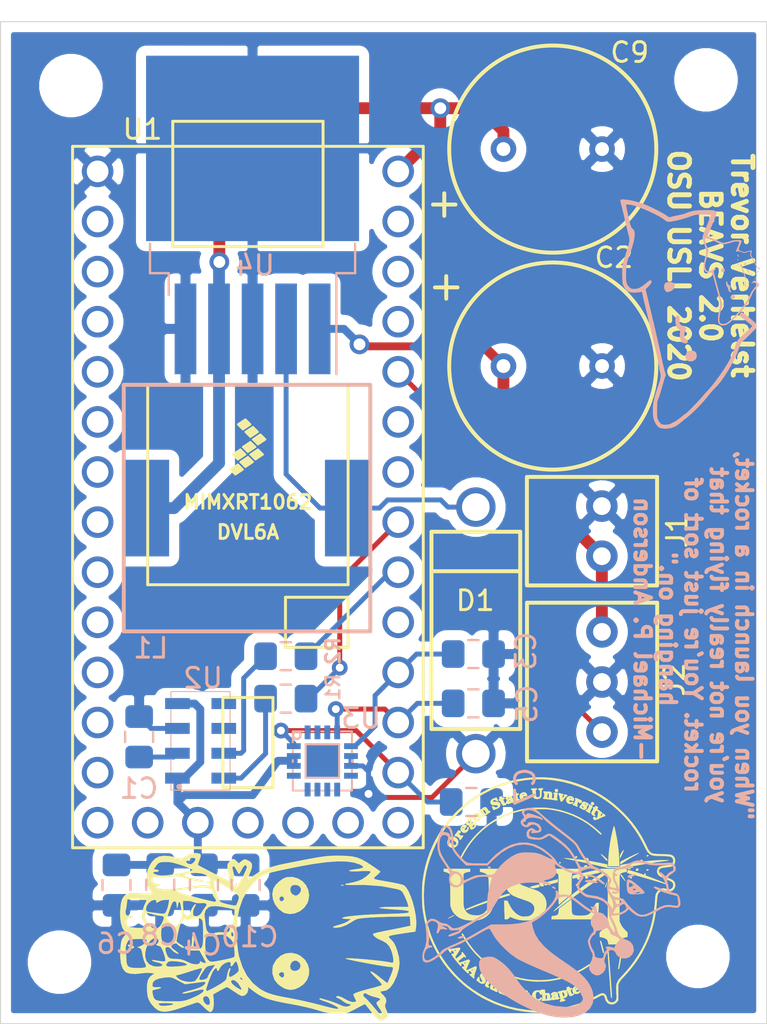
<source format=kicad_pcb>
(kicad_pcb (version 20171130) (host pcbnew "(5.1.4)-1")
  (layers (0 F.Cu signal) (31 B.Cu signal) (34 B.Paste user) (35 F.Paste user) (36 B.SilkS user) (37 F.SilkS user) (38 B.Mask user) (39 F.Mask user) (44 Edge.Cuts user))
  (net 0 "")
  (net 1 GND)
  (net 2 "Net-(C1-Pad1)")
  (net 3 +7.5V)
  (net 4 X)
  (net 5 Y)
  (net 6 +3V3)
  (net 7 Z)
  (net 8 +5V)
  (net 9 "Net-(D1-Pad1)")
  (net 10 PWM)
  (net 11 "Net-(R1-Pad2)")
  (net 12 SCL0)
  (net 13 "Net-(R2-Pad2)")
  (net 14 SDA0)
  (net 15 "Net-(U1-Pad25)")
  (net 16 "Net-(U1-Pad28)")
  (net 17 "Net-(U1-Pad24)")
  (net 18 "Net-(U1-Pad12)")
  (net 19 "Net-(U1-Pad30)")
  (net 20 "Net-(U1-Pad31)")
  (net 21 "Net-(U1-Pad32)")
  (net 22 "Net-(U1-Pad11)")
  (net 23 "Net-(U1-Pad10)")
  (net 24 "Net-(U1-Pad9)")
  (net 25 "Net-(U1-Pad8)")
  (net 26 "Net-(U1-Pad7)")
  (net 27 "Net-(U1-Pad6)")
  (net 28 "Net-(U1-Pad5)")
  (net 29 "Net-(U1-Pad4)")
  (net 30 "Net-(U1-Pad3)")
  (net 31 "Net-(U1-Pad2)")
  (net 32 "Net-(U1-Pad1)")
  (net 33 "Net-(U1-Pad0)")
  (net 34 "Net-(U1-Pad13)")
  (net 35 "Net-(U1-Pad17)")
  (net 36 "Net-(U1-Pad20)")
  (net 37 "Net-(U1-Pad21)")
  (net 38 "Net-(U2-Pad5)")
  (net 39 "Net-(U2-Pad6)")
  (net 40 "Net-(U1-Pad23)")
  (net 41 "Net-(U3-Pad2)")
  (module Pics:LOGO (layer F.Cu) (at 91.26 102.67)
    (fp_text reference G*** hide)
    (fp_text value LOGO hide)
  )
  (module Pics:LOGO (layer B.Cu) (at 91.29 103.48 90)
    (fp_text reference G*** hide)
    (fp_text value LOGO hide)
  )
  (module Pics:Groot (layer F.Cu) (at 77.07 104.82 270)
    (fp_text reference G*** hide)
    (fp_text value LOGO hide)
  )
  (module Pics:Bongocat (layer B.Cu) (at 98.45 73.24 90)
    (fp_text reference G*** hide)
    (fp_text value LOGO hide)
  )
  (module MountingHole:MountingHole_2.2mm_M2 (layer F.Cu) (at 66.49 106.1)
    (fp_text reference " " (at 0 -3.2) (layer F.SilkS))
    (fp_text value MountingHole_2.2mm_M2)
    (pad 1 np_thru_hole circle (at 0 0) (size 2.2 2.2) (drill 2.2) (layers *.Cu *.Mask))
  )
  (module MountingHole:MountingHole_2.2mm_M2 (layer F.Cu) (at 98.86 105.81)
    (fp_text reference " " (at 0 -3.2) (layer F.SilkS))
    (fp_text value MountingHole_2.2mm_M2)
    (pad 1 np_thru_hole circle (at 0 0) (size 2.2 2.2) (drill 2.2) (layers *.Cu *.Mask))
  )
  (module MountingHole:MountingHole_2.2mm_M2 (layer F.Cu) (at 99.27 61.37)
    (fp_text reference " " (at 0 -3.2) (layer F.SilkS))
    (fp_text value MountingHole_2.2mm_M2)
    (pad 1 np_thru_hole circle (at 0 0) (size 2.2 2.2) (drill 2.2) (layers *.Cu *.Mask))
  )
  (module MountingHole:MountingHole_2.2mm_M2 (layer F.Cu) (at 67.07 61.66)
    (fp_text reference " " (at 0 -3.2) (layer F.SilkS))
    (fp_text value MountingHole_2.2mm_M2)
    (pad 1 np_thru_hole circle (at 0 0) (size 2.2 2.2) (drill 2.2) (layers *.Cu *.Mask))
  )
  (module MPL3115A2:MPL3115A2 (layer B.Cu) (at 73.64 90.34)
    (fp_text reference U2 (at 0.13 1.36) (layer B.SilkS) (effects (justify mirror)))
    (fp_text value MPL3115A2)
    (pad 2 smd rect (at -1.17 5.17) (size 1.25 0.56) (layers B.Cu B.Paste B.Mask) (net 2 "Net-(C1-Pad1)"))
    (pad 4 smd rect (at -1.17 2.65) (size 1.25 0.56) (layers B.Cu B.Paste B.Mask) (net 6 +3V3))
    (pad 3 smd rect (at -1.17 3.91) (size 1.25 0.56) (layers B.Cu B.Paste B.Mask) (net 1 GND))
    (pad 1 smd rect (at -1.17 6.43) (size 1.25 0.56) (layers B.Cu B.Paste B.Mask) (net 6 +3V3))
    (pad 5 smd rect (at 1.18 2.65) (size 1.25 0.56) (layers B.Cu B.Paste B.Mask) (net 38 "Net-(U2-Pad5)"))
    (pad 6 smd rect (at 1.18 3.91) (size 1.25 0.56) (layers B.Cu B.Paste B.Mask) (net 39 "Net-(U2-Pad6)"))
    (pad 7 smd rect (at 1.18 5.17) (size 1.25 0.56) (layers B.Cu B.Paste B.Mask) (net 13 "Net-(R2-Pad2)"))
    (pad 8 smd rect (at 1.18 6.43) (size 1.25 0.56) (layers B.Cu B.Paste B.Mask) (net 11 "Net-(R1-Pad2)"))
  )
  (module Resistor_SMD:R_0805_2012Metric_Pad1.15x1.40mm_HandSolder (layer B.Cu) (at 77.965 92.74 180)
    (fp_text reference R1 (at -2.395 0.57 270) (layer B.SilkS) (effects (font (size 0.7 0.7) (thickness 0.125)) (justify mirror)))
    (fp_text value 1k)
    (pad 2 smd roundrect (at 1.025 0 180) (size 1.15 1.4) (layers B.Cu B.Paste B.Mask) (roundrect_rratio 0.217391) (net 11 "Net-(R1-Pad2)"))
    (pad 1 smd roundrect (at -1.025 0 180) (size 1.15 1.4) (layers B.Cu B.Paste B.Mask) (roundrect_rratio 0.217391) (net 12 SCL0))
  )
  (module Teensy3.6:Teensy40 (layer F.Cu) (at 76.044 82.521 270)
    (fp_text reference U1 (at -18.641 5.344 180) (layer F.SilkS))
    (fp_text value Teensy4.0)
    (fp_text user DVL6A (at 1.778 0) (layer F.SilkS) (effects (font (size 0.7 0.7))))
    (fp_text user MIMXRT1062 (at 0.254 0) (layer F.SilkS) (effects (font (size 0.7 0.7))))
    (pad 27 thru_hole circle (at -16.51 7.62 270) (size 1.6 1.6) (drill 1.1) (layers *.Cu *.Mask) (net 1 GND))
    (pad 0 thru_hole circle (at -13.97 7.62 270) (size 1.6 1.6) (drill 1.1) (layers *.Cu *.Mask) (net 33 "Net-(U1-Pad0)"))
    (pad 1 thru_hole circle (at -11.43 7.62 270) (size 1.6 1.6) (drill 1.1) (layers *.Cu *.Mask) (net 32 "Net-(U1-Pad1)"))
    (pad 2 thru_hole circle (at -8.89 7.62 270) (size 1.6 1.6) (drill 1.1) (layers *.Cu *.Mask) (net 31 "Net-(U1-Pad2)"))
    (pad 3 thru_hole circle (at -6.35 7.62 270) (size 1.6 1.6) (drill 1.1) (layers *.Cu *.Mask) (net 30 "Net-(U1-Pad3)"))
    (pad 4 thru_hole circle (at -3.81 7.62 270) (size 1.6 1.6) (drill 1.1) (layers *.Cu *.Mask) (net 29 "Net-(U1-Pad4)"))
    (pad 5 thru_hole circle (at -1.27 7.62 270) (size 1.6 1.6) (drill 1.1) (layers *.Cu *.Mask) (net 28 "Net-(U1-Pad5)"))
    (pad 6 thru_hole circle (at 1.27 7.62 270) (size 1.6 1.6) (drill 1.1) (layers *.Cu *.Mask) (net 27 "Net-(U1-Pad6)"))
    (pad 7 thru_hole circle (at 3.81 7.62 270) (size 1.6 1.6) (drill 1.1) (layers *.Cu *.Mask) (net 26 "Net-(U1-Pad7)"))
    (pad 8 thru_hole circle (at 6.35 7.62 270) (size 1.6 1.6) (drill 1.1) (layers *.Cu *.Mask) (net 25 "Net-(U1-Pad8)"))
    (pad 9 thru_hole circle (at 8.89 7.62 270) (size 1.6 1.6) (drill 1.1) (layers *.Cu *.Mask) (net 24 "Net-(U1-Pad9)"))
    (pad 10 thru_hole circle (at 11.43 7.62 270) (size 1.6 1.6) (drill 1.1) (layers *.Cu *.Mask) (net 23 "Net-(U1-Pad10)"))
    (pad 11 thru_hole circle (at 13.97 7.62 270) (size 1.6 1.6) (drill 1.1) (layers *.Cu *.Mask) (net 22 "Net-(U1-Pad11)"))
    (pad 26 thru_hole circle (at -16.51 -7.62 270) (size 1.6 1.6) (drill 1.1) (layers *.Cu *.Mask) (net 8 +5V))
    (pad 25 thru_hole circle (at -13.97 -7.62 270) (size 1.6 1.6) (drill 1.1) (layers *.Cu *.Mask) (net 15 "Net-(U1-Pad25)"))
    (pad 24 thru_hole circle (at -11.43 -7.62 270) (size 1.6 1.6) (drill 1.1) (layers *.Cu *.Mask) (net 17 "Net-(U1-Pad24)"))
    (pad 23 thru_hole circle (at -8.89 -7.62 270) (size 1.6 1.6) (drill 1.1) (layers *.Cu *.Mask) (net 40 "Net-(U1-Pad23)"))
    (pad 22 thru_hole circle (at -6.35 -7.62 270) (size 1.6 1.6) (drill 1.1) (layers *.Cu *.Mask) (net 10 PWM))
    (pad 21 thru_hole circle (at -3.81 -7.62 270) (size 1.6 1.6) (drill 1.1) (layers *.Cu *.Mask) (net 37 "Net-(U1-Pad21)"))
    (pad 20 thru_hole circle (at -1.27 -7.62 270) (size 1.6 1.6) (drill 1.1) (layers *.Cu *.Mask) (net 36 "Net-(U1-Pad20)"))
    (pad 19 thru_hole circle (at 1.27 -7.62 270) (size 1.6 1.6) (drill 1.1) (layers *.Cu *.Mask) (net 12 SCL0))
    (pad 18 thru_hole circle (at 3.81 -7.62 270) (size 1.6 1.6) (drill 1.1) (layers *.Cu *.Mask) (net 14 SDA0))
    (pad 17 thru_hole circle (at 6.35 -7.62 270) (size 1.6 1.6) (drill 1.1) (layers *.Cu *.Mask) (net 35 "Net-(U1-Pad17)"))
    (pad 16 thru_hole circle (at 8.89 -7.62 270) (size 1.6 1.6) (drill 1.1) (layers *.Cu *.Mask) (net 4 X))
    (pad 15 thru_hole circle (at 11.43 -7.62 270) (size 1.6 1.6) (drill 1.1) (layers *.Cu *.Mask) (net 5 Y))
    (pad 14 thru_hole circle (at 13.97 -7.62 270) (size 1.6 1.6) (drill 1.1) (layers *.Cu *.Mask) (net 7 Z))
    (pad 12 thru_hole circle (at 16.51 7.62 270) (size 1.6 1.6) (drill 1.1) (layers *.Cu *.Mask) (net 18 "Net-(U1-Pad12)"))
    (pad 28 thru_hole circle (at 16.51 5.08 270) (size 1.6 1.6) (drill 1.1) (layers *.Cu *.Mask) (net 16 "Net-(U1-Pad28)"))
    (pad 29 thru_hole circle (at 16.51 2.54 270) (size 1.6 1.6) (drill 1.1) (layers *.Cu *.Mask) (net 6 +3V3))
    (pad 13 thru_hole circle (at 16.51 -7.62 270) (size 1.6 1.6) (drill 1.1) (layers *.Cu *.Mask) (net 34 "Net-(U1-Pad13)"))
    (pad 32 thru_hole circle (at 16.51 -5.08 270) (size 1.6 1.6) (drill 1.1) (layers *.Cu *.Mask) (net 21 "Net-(U1-Pad32)"))
    (pad 31 thru_hole circle (at 16.51 -2.54 270) (size 1.6 1.6) (drill 1.1) (layers *.Cu *.Mask) (net 20 "Net-(U1-Pad31)"))
    (pad 30 thru_hole circle (at 16.51 0 270) (size 1.6 1.6) (drill 1.1) (layers *.Cu *.Mask) (net 19 "Net-(U1-Pad30)"))
  )
  (module ADXL377:ADXL377 (layer B.Cu) (at 82.85 95.9 270)
    (fp_text reference U3 (at -2.16 1.07 180) (layer B.SilkS) (effects (justify mirror)))
    (fp_text value ADXL377)
    (pad 12 smd rect (at 1.45 3.78 180) (size 0.3 0.7) (layers B.Cu B.Paste B.Mask))
    (pad 11 smd rect (at 1.45 3.28 180) (size 0.3 0.7) (layers B.Cu B.Paste B.Mask))
    (pad 10 smd rect (at 1.45 2.78 180) (size 0.3 0.7) (layers B.Cu B.Paste B.Mask))
    (pad 9 smd rect (at 1.45 2.28 180) (size 0.3 0.7) (layers B.Cu B.Paste B.Mask))
    (pad 6 smd rect (at -0.25 1.58 90) (size 0.3 0.7) (layers B.Cu B.Paste B.Mask) (net 1 GND))
    (pad 7 smd rect (at 0.25 1.58 90) (size 0.3 0.7) (layers B.Cu B.Paste B.Mask) (net 1 GND))
    (pad 8 smd rect (at 0.75 1.58 90) (size 0.3 0.7) (layers B.Cu B.Paste B.Mask))
    (pad 5 smd rect (at -0.75 1.58 90) (size 0.3 0.7) (layers B.Cu B.Paste B.Mask) (net 4 X))
    (pad 3 smd rect (at -1.45 2.78) (size 0.3 0.7) (layers B.Cu B.Paste B.Mask))
    (pad 2 smd rect (at -1.45 3.28) (size 0.3 0.7) (layers B.Cu B.Paste B.Mask) (net 41 "Net-(U3-Pad2)"))
    (pad 14 smd rect (at 0.25 4.48 270) (size 0.3 0.7) (layers B.Cu B.Paste B.Mask) (net 6 +3V3))
    (pad 16 smd rect (at -0.75 4.48 270) (size 0.3 0.7) (layers B.Cu B.Paste B.Mask) (net 7 Z))
    (pad 1 smd rect (at -1.45 3.78) (size 0.3 0.7) (layers B.Cu B.Paste B.Mask))
    (pad 15 smd rect (at -0.25 4.48 270) (size 0.3 0.7) (layers B.Cu B.Paste B.Mask) (net 6 +3V3))
    (pad 13 smd rect (at 0.75 4.48 270) (size 0.3 0.7) (layers B.Cu B.Paste B.Mask))
    (pad 4 smd rect (at -1.45 2.28) (size 0.3 0.7) (layers B.Cu B.Paste B.Mask) (net 5 Y))
    (pad "" smd rect (at 0 3.03 270) (size 1.6 1.6) (layers B.Cu B.Paste B.Mask))
  )
  (module elect_capacitors:elect_capacitors (layer F.Cu) (at 91.5 64.88)
    (fp_text reference C9 (at 3.9 -4.9) (layer F.SilkS))
    (fp_text value 100uF)
    (fp_text user + (at -5.5 2.7) (layer F.SilkS) (effects (font (size 1.5 1.5) (thickness 0.2))))
    (pad 1 thru_hole circle (at -2.5 0) (size 1.3 1.3) (drill 0.7) (layers *.Cu *.Mask) (net 8 +5V))
    (pad 2 thru_hole circle (at 2.5 0) (size 1.3 1.3) (drill 0.7) (layers *.Cu *.Mask) (net 1 GND))
  )
  (module elect_capacitors:elect_capacitors (layer F.Cu) (at 91.5 75.88)
    (fp_text reference C2 (at 3.1 -5.5) (layer F.SilkS))
    (fp_text value 100uF)
    (fp_text user + (at -5.4 -4.1) (layer F.SilkS) (effects (font (size 1.5 1.5) (thickness 0.2))))
    (pad 2 thru_hole circle (at 2.5 0) (size 1.3 1.3) (drill 0.7) (layers *.Cu *.Mask) (net 1 GND))
    (pad 1 thru_hole circle (at -2.5 0) (size 1.3 1.3) (drill 0.7) (layers *.Cu *.Mask) (net 3 +7.5V))
  )
  (module Package_TO_SOT_SMD:TO-263-5_TabPin3 (layer B.Cu) (at 76.28 68.22 90)
    (fp_text reference U4 (at -2.56 0.12 180) (layer B.SilkS) (effects (justify mirror)))
    (fp_text value LM2576HVS-5)
    (pad 3 smd rect (at 3.375 0 90) (size 9.4 10.8) (layers B.Cu B.Mask) (net 1 GND))
    (pad 5 smd rect (at -5.775 -3.4 90) (size 4.6 1.1) (layers B.Cu B.Paste B.Mask) (net 1 GND))
    (pad 4 smd rect (at -5.775 -1.7 90) (size 4.6 1.1) (layers B.Cu B.Paste B.Mask) (net 8 +5V))
    (pad 3 smd rect (at -5.775 0 90) (size 4.6 1.1) (layers B.Cu B.Paste B.Mask) (net 1 GND))
    (pad 2 smd rect (at -5.775 1.7 90) (size 4.6 1.1) (layers B.Cu B.Paste B.Mask) (net 9 "Net-(D1-Pad1)"))
    (pad 1 smd rect (at -5.775 3.4 90) (size 4.6 1.1) (layers B.Cu B.Paste B.Mask) (net 3 +7.5V))
  )
  (module Resistor_SMD:R_0805_2012Metric_Pad1.15x1.40mm_HandSolder (layer B.Cu) (at 77.965 90.59 180)
    (fp_text reference R2 (at -2.395 0.26 270) (layer B.SilkS) (effects (font (size 0.7 0.7)) (justify mirror)))
    (fp_text value 1k)
    (pad 2 smd roundrect (at 1.025 0 180) (size 1.15 1.4) (layers B.Cu B.Paste B.Mask) (roundrect_rratio 0.217391) (net 13 "Net-(R2-Pad2)"))
    (pad 1 smd roundrect (at -1.025 0 180) (size 1.15 1.4) (layers B.Cu B.Paste B.Mask) (roundrect_rratio 0.217391) (net 14 SDA0))
  )
  (module Capacitor_SMD:C_0805_2012Metric_Pad1.15x1.40mm_HandSolder (layer B.Cu) (at 75.9296 102.1958 270)
    (fp_text reference C10 (at 2.6242 -0.2104) (layer B.SilkS) (effects (justify mirror)))
    (fp_text value 0.1uF)
    (pad 2 smd roundrect (at 1.025 0 270) (size 1.15 1.4) (layers B.Cu B.Paste B.Mask) (roundrect_rratio 0.217391) (net 1 GND))
    (pad 1 smd roundrect (at -1.025 0 270) (size 1.15 1.4) (layers B.Cu B.Paste B.Mask) (roundrect_rratio 0.217391) (net 6 +3V3))
  )
  (module Capacitor_SMD:C_0805_2012Metric_Pad1.15x1.40mm_HandSolder (layer B.Cu) (at 71.6 102.175 270)
    (fp_text reference C8 (at 2.565 0.03 180) (layer B.SilkS) (effects (justify mirror)))
    (fp_text value 1uF)
    (pad 2 smd roundrect (at 1.025 0 270) (size 1.15 1.4) (layers B.Cu B.Paste B.Mask) (roundrect_rratio 0.217391) (net 1 GND))
    (pad 1 smd roundrect (at -1.025 0 270) (size 1.15 1.4) (layers B.Cu B.Paste B.Mask) (roundrect_rratio 0.217391) (net 6 +3V3))
  )
  (module Capacitor_SMD:C_0805_2012Metric_Pad1.15x1.40mm_HandSolder (layer B.Cu) (at 87.375 97.98)
    (fp_text reference C7 (at 2.735 -0.77 90) (layer B.SilkS) (effects (justify mirror)))
    (fp_text value 10nF)
    (pad 2 smd roundrect (at 1.025 0) (size 1.15 1.4) (layers B.Cu B.Paste B.Mask) (roundrect_rratio 0.217391) (net 1 GND))
    (pad 1 smd roundrect (at -1.025 0) (size 1.15 1.4) (layers B.Cu B.Paste B.Mask) (roundrect_rratio 0.217391) (net 7 Z))
  )
  (module Capacitor_SMD:C_0805_2012Metric_Pad1.15x1.40mm_HandSolder (layer B.Cu) (at 69.38 102.195 270)
    (fp_text reference C6 (at 2.965 0.03 180) (layer B.SilkS) (effects (justify mirror)))
    (fp_text value 0.1uF)
    (pad 2 smd roundrect (at 1.025 0 270) (size 1.15 1.4) (layers B.Cu B.Paste B.Mask) (roundrect_rratio 0.217391) (net 1 GND))
    (pad 1 smd roundrect (at -1.025 0 270) (size 1.15 1.4) (layers B.Cu B.Paste B.Mask) (roundrect_rratio 0.217391) (net 6 +3V3))
  )
  (module Capacitor_SMD:C_0805_2012Metric_Pad1.15x1.40mm_HandSolder (layer B.Cu) (at 87.475 92.98)
    (fp_text reference C5 (at 2.725 0.03 90) (layer B.SilkS) (effects (justify mirror)))
    (fp_text value 10nF)
    (pad 2 smd roundrect (at 1.025 0) (size 1.15 1.4) (layers B.Cu B.Paste B.Mask) (roundrect_rratio 0.217391) (net 1 GND))
    (pad 1 smd roundrect (at -1.025 0) (size 1.15 1.4) (layers B.Cu B.Paste B.Mask) (roundrect_rratio 0.217391) (net 5 Y))
  )
  (module Capacitor_SMD:C_0805_2012Metric_Pad1.15x1.40mm_HandSolder (layer B.Cu) (at 73.814 102.1885 270)
    (fp_text reference C4 (at 3.0515 0.074 180) (layer B.SilkS) (effects (justify mirror)))
    (fp_text value 10uF)
    (pad 2 smd roundrect (at 1.025 0 270) (size 1.15 1.4) (layers B.Cu B.Paste B.Mask) (roundrect_rratio 0.217391) (net 1 GND))
    (pad 1 smd roundrect (at -1.025 0 270) (size 1.15 1.4) (layers B.Cu B.Paste B.Mask) (roundrect_rratio 0.217391) (net 6 +3V3))
  )
  (module Capacitor_SMD:C_0805_2012Metric_Pad1.15x1.40mm_HandSolder (layer B.Cu) (at 87.475 90.48)
    (fp_text reference C3 (at 2.665 -0.15 270) (layer B.SilkS) (effects (justify mirror)))
    (fp_text value 10nf)
    (pad 2 smd roundrect (at 1.025 0) (size 1.15 1.4) (layers B.Cu B.Paste B.Mask) (roundrect_rratio 0.217391) (net 1 GND))
    (pad 1 smd roundrect (at -1.025 0) (size 1.15 1.4) (layers B.Cu B.Paste B.Mask) (roundrect_rratio 0.217391) (net 4 X))
  )
  (module Capacitor_SMD:C_0805_2012Metric_Pad1.15x1.40mm_HandSolder (layer B.Cu) (at 70.53 94.675 90)
    (fp_text reference C1 (at -2.62 -0.009 180) (layer B.SilkS) (effects (justify mirror)))
    (fp_text value 0.1uF)
    (pad 2 smd roundrect (at 1.025 0 90) (size 1.15 1.4) (layers B.Cu B.Paste B.Mask) (roundrect_rratio 0.217391) (net 1 GND))
    (pad 1 smd roundrect (at -1.025 0 90) (size 1.15 1.4) (layers B.Cu B.Paste B.Mask) (roundrect_rratio 0.217391) (net 2 "Net-(C1-Pad1)"))
  )
  (module IN5822:IN5822 (layer F.Cu) (at 87.6 89.28 270)
    (fp_text reference D1 (at -1.51 0.03) (layer F.SilkS))
    (fp_text value 1N5822)
    (pad 2 thru_hole circle (at 6.25 0 270) (size 2 2) (drill 1.4) (layers *.Cu *.Mask) (net 1 GND))
    (pad 1 thru_hole circle (at -6.25 0 270) (size 2 2) (drill 1.4) (layers *.Cu *.Mask) (net 9 "Net-(D1-Pad1)"))
  )
  (module "1x2 screw terminal:vas_1x2_screw_terminal" (layer F.Cu) (at 93.99 84.25 90)
    (fp_text reference J1 (at 0 3.81 90) (layer F.SilkS))
    (fp_text value " ")
    (pad 1 thru_hole circle (at -1.27 0 90) (size 1.6 1.6) (drill 0.9) (layers *.Cu *.Mask) (net 3 +7.5V))
    (pad 2 thru_hole circle (at 1.27 0 90) (size 1.6 1.6) (drill 0.9) (layers *.Cu *.Mask) (net 1 GND))
  )
  (module "1x2 screw terminal:1x3_screw_terminal" (layer F.Cu) (at 97.17 91.77 90)
    (fp_text reference J2 (at 0 0.5 90) (layer F.SilkS))
    (fp_text value " ")
    (pad 2 thru_hole circle (at -0.127 -3.175 90) (size 1.6 1.6) (drill 0.9) (layers *.Cu *.Mask) (net 1 GND))
    (pad 3 thru_hole circle (at 2.413 -3.175 90) (size 1.6 1.6) (drill 0.9) (layers *.Cu *.Mask) (net 3 +7.5V))
    (pad 1 thru_hole circle (at -2.667 -3.175 90) (size 1.6 1.6) (drill 0.9) (layers *.Cu *.Mask) (net 10 PWM))
  )
  (module dummythiccinductor:dummythiccinductor (layer B.Cu) (at 76 83.08 90)
    (fp_text reference L1 (at -7.1 -4.88) (layer B.SilkS) (effects (justify mirror)))
    (fp_text value 100uH)
    (pad 2 smd rect (at 0 -5.1 90) (size 4.9 2.3) (layers B.Cu B.Paste B.Mask) (net 8 +5V))
    (pad 1 smd rect (at 0 5.1 90) (size 4.9 2.3) (layers B.Cu B.Paste B.Mask) (net 9 "Net-(D1-Pad1)"))
  )
  (gr_text "\"When you launch in a rocket, \nyou're not really flying that \nrocket. You're just sort of \nhanging on.\"\n-Michael P. Anderson" (at 98.62 89.22 270) (layer B.SilkS) (effects (font (size 0.8 0.8) (thickness 0.2)) (justify mirror)))
  (gr_text "Trevor Verhelst\nBEAVS 2.0\nOSU USLI 2020" (at 99.49 70.79 270) (layer F.SilkS) (effects (font (size 1 1) (thickness 0.25))))
  (gr_line (start 102.35 109.22) (end 63.5 109.22) (layer Edge.Cuts) (width 0.05))
  (gr_line (start 102.35 58.42) (end 102.35 109.22) (layer Edge.Cuts) (width 0.05))
  (gr_line (start 63.5 58.42) (end 102.35 58.42) (layer Edge.Cuts) (width 0.05))
  (gr_line (start 63.5 109.22) (end 63.5 58.42) (layer Edge.Cuts) (width 0.05))
  (segment (start 71.13 94.25) (end 70.53 93.65) (width 0.25) (layer B.Cu) (net 1))
  (segment (start 72.47 94.25) (end 71.13 94.25) (width 0.25) (layer B.Cu) (net 1))
  (segment (start 81.27 95.65) (end 81.27 96.15) (width 0.25) (layer B.Cu) (net 1))
  (via (at 82.16 97.57) (size 0.8) (drill 0.4) (layers F.Cu B.Cu) (net 1))
  (segment (start 82.16 96.44) (end 82.16 97.57) (width 0.25) (layer B.Cu) (net 1))
  (segment (start 81.27 96.15) (end 81.87 96.15) (width 0.25) (layer B.Cu) (net 1))
  (segment (start 81.87 96.15) (end 82.16 96.44) (width 0.25) (layer B.Cu) (net 1))
  (segment (start 86.600001 96.529999) (end 87.6 95.53) (width 0.25) (layer F.Cu) (net 1))
  (segment (start 85.38 97.75) (end 86.600001 96.529999) (width 0.25) (layer F.Cu) (net 1))
  (segment (start 82.16 97.57) (end 82.34 97.75) (width 0.25) (layer F.Cu) (net 1))
  (segment (start 82.34 97.75) (end 85.38 97.75) (width 0.25) (layer F.Cu) (net 1))
  (segment (start 72.28 95.7) (end 72.47 95.51) (width 0.25) (layer B.Cu) (net 2))
  (segment (start 70.53 95.7) (end 72.28 95.7) (width 0.25) (layer B.Cu) (net 2))
  (via (at 81.7 74.78) (size 1) (drill 0.6) (layers F.Cu B.Cu) (net 3))
  (segment (start 79.68 73.995) (end 80.915 73.995) (width 0.4) (layer B.Cu) (net 3))
  (segment (start 80.915 73.995) (end 81.7 74.78) (width 0.4) (layer B.Cu) (net 3))
  (segment (start 88 74.88) (end 89 75.88) (width 0.5) (layer F.Cu) (net 3))
  (segment (start 81.7 74.78) (end 81.8 74.88) (width 0.25) (layer F.Cu) (net 3))
  (segment (start 93.99 89.352) (end 93.995 89.357) (width 0.25) (layer F.Cu) (net 3))
  (segment (start 93.99 85.52) (end 93.99 89.352) (width 0.6) (layer F.Cu) (net 3))
  (segment (start 89 75.88) (end 89 78.98) (width 0.6) (layer F.Cu) (net 3))
  (segment (start 89 78.98) (end 91.45 81.43) (width 0.6) (layer F.Cu) (net 3))
  (segment (start 91.45 82.98) (end 93.99 85.52) (width 0.6) (layer F.Cu) (net 3))
  (segment (start 91.45 81.43) (end 91.45 82.98) (width 0.6) (layer F.Cu) (net 3))
  (segment (start 81.8 74.88) (end 88 74.88) (width 0.4) (layer F.Cu) (net 3))
  (segment (start 84.595 90.48) (end 83.664 91.411) (width 0.25) (layer B.Cu) (net 4))
  (segment (start 86.45 90.48) (end 84.595 90.48) (width 0.25) (layer B.Cu) (net 4))
  (segment (start 82.864001 92.210999) (end 83.664 91.411) (width 0.25) (layer B.Cu) (net 4))
  (segment (start 82.49 92.585) (end 82.864001 92.210999) (width 0.25) (layer B.Cu) (net 4))
  (segment (start 82.49 94.13) (end 82.49 92.585) (width 0.25) (layer B.Cu) (net 4))
  (segment (start 81.27 95.15) (end 81.47 95.15) (width 0.25) (layer B.Cu) (net 4))
  (segment (start 81.47 95.15) (end 82.49 94.13) (width 0.25) (layer B.Cu) (net 4))
  (segment (start 84.635 92.98) (end 83.664 93.951) (width 0.25) (layer B.Cu) (net 5))
  (segment (start 86.45 92.98) (end 84.635 92.98) (width 0.25) (layer B.Cu) (net 5))
  (via (at 80.5 93.27) (size 0.8) (drill 0.4) (layers F.Cu B.Cu) (net 5))
  (segment (start 80.57 94.45) (end 80.57 93.34) (width 0.25) (layer B.Cu) (net 5))
  (segment (start 80.57 93.34) (end 80.5 93.27) (width 0.25) (layer B.Cu) (net 5))
  (segment (start 82.983 93.27) (end 83.664 93.951) (width 0.25) (layer F.Cu) (net 5))
  (segment (start 80.5 93.27) (end 82.983 93.27) (width 0.25) (layer F.Cu) (net 5))
  (segment (start 71.58 101.17) (end 71.6 101.15) (width 0.25) (layer B.Cu) (net 6))
  (segment (start 69.38 101.17) (end 71.58 101.17) (width 0.4) (layer B.Cu) (net 6))
  (segment (start 73.8005 101.15) (end 73.814 101.1635) (width 0.25) (layer B.Cu) (net 6))
  (segment (start 71.6 101.15) (end 73.8005 101.15) (width 0.4) (layer B.Cu) (net 6))
  (segment (start 75.9223 101.1635) (end 75.9296 101.1708) (width 0.25) (layer B.Cu) (net 6))
  (segment (start 73.814 101.1635) (end 75.9223 101.1635) (width 0.4) (layer B.Cu) (net 6))
  (segment (start 76.174 100.9264) (end 75.9296 101.1708) (width 0.25) (layer B.Cu) (net 6))
  (segment (start 73.504 100.8535) (end 73.814 101.1635) (width 0.25) (layer B.Cu) (net 6))
  (segment (start 73.504 99.031) (end 73.504 100.8535) (width 0.4) (layer B.Cu) (net 6))
  (segment (start 73.345 92.99) (end 73.63 93.275) (width 0.4) (layer B.Cu) (net 6))
  (segment (start 72.47 92.99) (end 73.345 92.99) (width 0.4) (layer B.Cu) (net 6))
  (segment (start 72.815 96.77) (end 72.47 96.77) (width 0.4) (layer B.Cu) (net 6))
  (segment (start 73.63 95.955) (end 72.815 96.77) (width 0.4) (layer B.Cu) (net 6))
  (segment (start 73.63 93.275) (end 73.63 95.955) (width 0.4) (layer B.Cu) (net 6))
  (segment (start 72.47 97.997) (end 73.504 99.031) (width 0.4) (layer B.Cu) (net 6))
  (segment (start 72.47 96.77) (end 72.47 97.997) (width 0.4) (layer B.Cu) (net 6))
  (segment (start 72.837 97.63) (end 72.47 97.997) (width 0.4) (layer B.Cu) (net 6))
  (segment (start 77.56 95.9) (end 76.29 97.63) (width 0.4) (layer B.Cu) (net 6))
  (segment (start 76.29 97.63) (end 72.837 97.63) (width 0.4) (layer B.Cu) (net 6))
  (segment (start 77.57 95.89) (end 77.56 95.9) (width 0.25) (layer B.Cu) (net 6))
  (segment (start 78.37 95.89) (end 77.57 95.89) (width 0.4) (layer B.Cu) (net 6))
  (segment (start 78.37 95.89) (end 78.37 96.15) (width 0.3) (layer B.Cu) (net 6))
  (segment (start 78.37 95.65) (end 78.37 95.89) (width 0.3) (layer B.Cu) (net 6))
  (segment (start 85.153 97.98) (end 83.664 96.491) (width 0.25) (layer B.Cu) (net 7))
  (segment (start 86.35 97.98) (end 85.153 97.98) (width 0.25) (layer B.Cu) (net 7))
  (via (at 77.72 94.36) (size 0.8) (drill 0.4) (layers F.Cu B.Cu) (net 7))
  (segment (start 78.37 95.15) (end 78.37 95.01) (width 0.25) (layer B.Cu) (net 7))
  (segment (start 78.37 95.01) (end 77.72 94.36) (width 0.25) (layer B.Cu) (net 7))
  (segment (start 81.533 94.36) (end 83.664 96.491) (width 0.25) (layer F.Cu) (net 7))
  (segment (start 77.72 94.36) (end 81.533 94.36) (width 0.25) (layer F.Cu) (net 7))
  (via (at 85.7978 62.8068) (size 1) (drill 0.6) (layers F.Cu B.Cu) (net 8))
  (segment (start 85.7846 62.82) (end 85.7978 62.8068) (width 0.25) (layer B.Cu) (net 8))
  (via (at 74.5964 70.6046) (size 1) (drill 0.6) (layers F.Cu B.Cu) (net 8))
  (segment (start 74.58 73.995) (end 74.58 70.621) (width 0.6) (layer B.Cu) (net 8))
  (segment (start 74.58 70.621) (end 74.5964 70.6046) (width 0.25) (layer B.Cu) (net 8))
  (segment (start 74.5964 70.6046) (end 74.5964 67.7344) (width 0.6) (layer F.Cu) (net 8))
  (segment (start 79.524 62.8068) (end 85.7978 62.8068) (width 0.6) (layer F.Cu) (net 8))
  (segment (start 74.5964 67.7344) (end 79.524 62.8068) (width 0.6) (layer F.Cu) (net 8))
  (segment (start 85.7978 63.8772) (end 85.7978 62.8068) (width 0.6) (layer F.Cu) (net 8))
  (segment (start 83.664 66.011) (end 85.7978 63.8772) (width 0.6) (layer F.Cu) (net 8))
  (segment (start 74.58 76.545) (end 74.58 73.995) (width 0.6) (layer B.Cu) (net 8))
  (segment (start 74.58 80.8) (end 74.58 76.545) (width 0.6) (layer B.Cu) (net 8))
  (segment (start 72.3 83.08) (end 74.58 80.8) (width 0.6) (layer B.Cu) (net 8))
  (segment (start 70.9 83.08) (end 72.3 83.08) (width 0.6) (layer B.Cu) (net 8))
  (segment (start 86.363485 62.8068) (end 85.7978 62.8068) (width 0.6) (layer F.Cu) (net 8))
  (segment (start 87.846038 62.8068) (end 86.363485 62.8068) (width 0.6) (layer F.Cu) (net 8))
  (segment (start 89 63.960762) (end 87.846038 62.8068) (width 0.6) (layer F.Cu) (net 8))
  (segment (start 89 64.88) (end 89 63.960762) (width 0.6) (layer F.Cu) (net 8))
  (segment (start 79.7 83.08) (end 81.1 83.08) (width 0.25) (layer B.Cu) (net 9))
  (segment (start 77.98 81.36) (end 79.7 83.08) (width 0.25) (layer B.Cu) (net 9))
  (segment (start 77.98 73.995) (end 77.98 81.36) (width 0.25) (layer B.Cu) (net 9))
  (segment (start 86.185787 83.03) (end 87.6 83.03) (width 0.25) (layer B.Cu) (net 9))
  (segment (start 85.821786 82.665999) (end 86.185787 83.03) (width 0.25) (layer B.Cu) (net 9))
  (segment (start 83.123999 82.665999) (end 85.821786 82.665999) (width 0.25) (layer B.Cu) (net 9))
  (segment (start 82.709998 83.08) (end 83.123999 82.665999) (width 0.25) (layer B.Cu) (net 9))
  (segment (start 81.1 83.08) (end 82.709998 83.08) (width 0.25) (layer B.Cu) (net 9))
  (segment (start 84.463999 76.970999) (end 84.463999 76.973999) (width 0.25) (layer F.Cu) (net 10))
  (segment (start 83.664 76.171) (end 84.463999 76.970999) (width 0.25) (layer F.Cu) (net 10))
  (segment (start 84.463999 76.973999) (end 90.09 82.6) (width 0.25) (layer F.Cu) (net 10))
  (segment (start 90.09 90.532) (end 93.995 94.437) (width 0.25) (layer F.Cu) (net 10))
  (segment (start 90.09 82.6) (end 90.09 90.532) (width 0.25) (layer F.Cu) (net 10))
  (segment (start 76.94 93.54) (end 76.94 92.74) (width 0.25) (layer B.Cu) (net 11))
  (segment (start 76.94 95.525) (end 76.94 93.54) (width 0.25) (layer B.Cu) (net 11))
  (segment (start 75.695 96.77) (end 76.94 95.525) (width 0.25) (layer B.Cu) (net 11))
  (segment (start 74.82 96.77) (end 75.695 96.77) (width 0.25) (layer B.Cu) (net 11))
  (via (at 80.7 91.17) (size 0.8) (drill 0.4) (layers F.Cu B.Cu) (net 12))
  (segment (start 78.99 92.74) (end 79.13 92.74) (width 0.25) (layer B.Cu) (net 12))
  (segment (start 79.13 92.74) (end 80.7 91.17) (width 0.25) (layer B.Cu) (net 12))
  (segment (start 80.7 86.755) (end 83.664 83.791) (width 0.25) (layer F.Cu) (net 12))
  (segment (start 80.7 91.17) (end 80.7 86.755) (width 0.25) (layer F.Cu) (net 12))
  (segment (start 75.695 95.51) (end 75.83 95.375) (width 0.25) (layer B.Cu) (net 13))
  (segment (start 74.82 95.51) (end 75.695 95.51) (width 0.25) (layer B.Cu) (net 13))
  (segment (start 75.83 91.7) (end 76.94 90.59) (width 0.25) (layer B.Cu) (net 13))
  (segment (start 75.83 95.375) (end 75.83 91.7) (width 0.25) (layer B.Cu) (net 13))
  (segment (start 83.249 86.331) (end 83.664 86.331) (width 0.25) (layer B.Cu) (net 14))
  (segment (start 78.99 90.59) (end 83.249 86.331) (width 0.25) (layer B.Cu) (net 14))
  (zone (net 1) (net_name GND) (layer B.Cu) (connect_pads (clearance 0.508)) (min_thickness 0.254) (fill yes (arc_segments 32) (thermal_gap 0.508) (thermal_bridge_width 0.508))
    (polygon (pts (xy 63.5 58.42) (xy 102.35 58.42) (xy 102.35 109.22) (xy 63.5 109.22)))
  )
)
</source>
